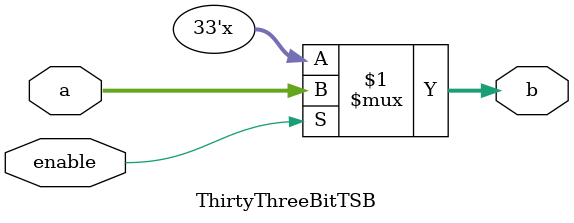
<source format=v>
module ThirtyThreeBitTSB(a,b,enable);
	input [32:0] a;
	output [32:0] b;
	input enable;
	
	assign b = enable ? a : 33'bzzzzzzzzzzzzzzzzzzzzzzzzzzzzzzzzz;
endmodule 
</source>
